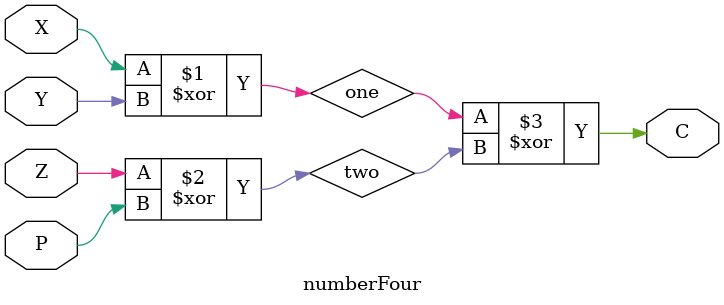
<source format=v>

module numberFour (C, X, Y, Z, P);
        output C;
        input X, Y, Z, P;
        wire one, two;


xor G1(one, X, Y);
xor G2(two, Z, P);

xor G3(C, one, two);

endmodule



</source>
